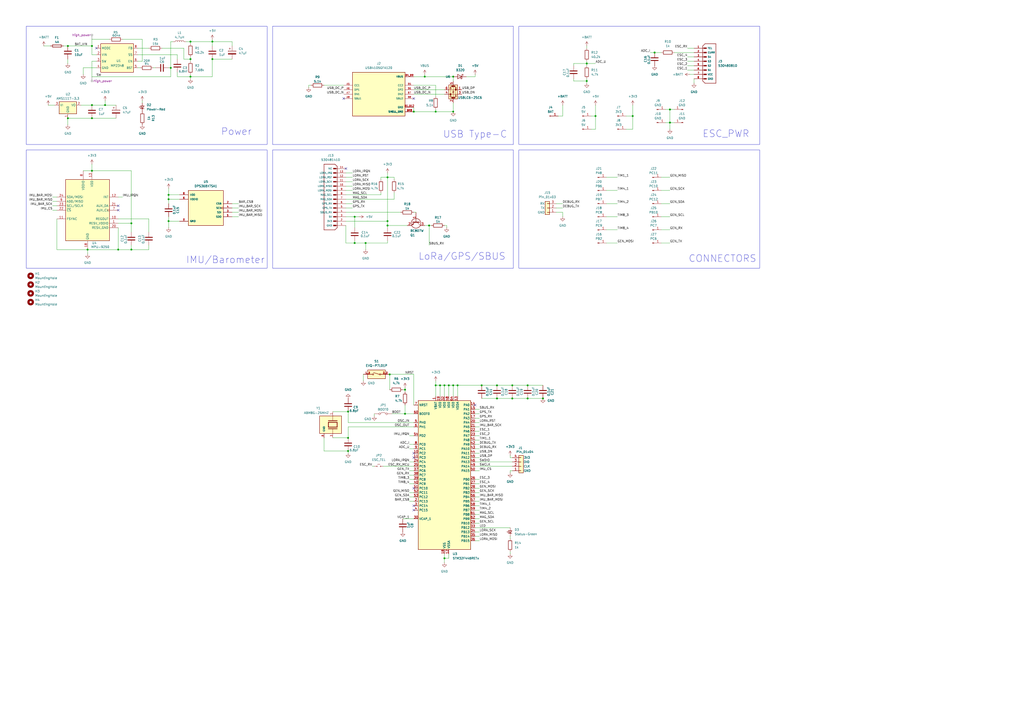
<source format=kicad_sch>
(kicad_sch (version 20231120) (generator "eeschema") (generator_version "8.0")
  (paper "A2")
  (title_block (title "Drone FC") (date "2024-09-01") (company "Lego"))
  (junction (at 306.07 223.52))
  (junction (at 123.19 24.13))
  (junction (at 76.2 144.78))
  (junction (at 246.38 44.45))
  (junction (at 201.93 238.76))
  (junction (at 50.8 144.78))
  (junction (at 257.81 223.52))
  (junction (at 60.96 60.96))
  (junction (at 97.79 115.57))
  (junction (at 388.62 71.12))
  (junction (at 97.79 113.03))
  (junction (at 39.37 26.67))
  (junction (at 306.07 231.14))
  (junction (at 212.09 140.97))
  (junction (at 288.29 223.52))
  (junction (at 340.36 36.83))
  (junction (at 123.19 34.29))
  (junction (at 224.79 128.27))
  (junction (at 240.03 64.77))
  (junction (at 39.37 68.58))
  (junction (at 234.95 226.06))
  (junction (at 226.06 217.17))
  (junction (at 110.49 44.45))
  (junction (at 379.73 30.48))
  (junction (at 279.4 223.52))
  (junction (at 265.43 223.52))
  (junction (at 345.44 67.31))
  (junction (at 205.74 125.73))
  (junction (at 248.92 130.81))
  (junction (at 252.73 64.77))
  (junction (at 224.79 130.81))
  (junction (at 110.49 34.29))
  (junction (at 99.06 39.37))
  (junction (at 53.34 99.06))
  (junction (at 367.03 67.31))
  (junction (at 388.62 63.5))
  (junction (at 110.49 24.13))
  (junction (at 262.89 223.52))
  (junction (at 76.2 129.54))
  (junction (at 97.79 128.27))
  (junction (at 53.34 26.67))
  (junction (at 53.34 68.58))
  (junction (at 262.89 44.45))
  (junction (at 201.93 261.62))
  (junction (at 68.58 144.78))
  (junction (at 260.35 223.52))
  (junction (at 252.73 223.52))
  (junction (at 288.29 231.14))
  (junction (at 297.18 223.52))
  (junction (at 257.81 323.85))
  (junction (at 224.79 102.87))
  (junction (at 340.36 46.99))
  (junction (at 314.96 231.14))
  (junction (at 234.95 240.03))
  (junction (at 53.34 60.96))
  (junction (at 255.27 223.52))
  (junction (at 262.89 64.77))
  (junction (at 205.74 140.97))
  (junction (at 297.18 231.14))
  (junction (at 201.93 254))
  (no_connect (at 55.88 27.94))
  (no_connect (at 240.03 265.43))
  (no_connect (at 240.03 283.21))
  (no_connect (at 68.58 119.38))
  (no_connect (at 240.03 262.89))
  (no_connect (at 200.66 97.79))
  (no_connect (at 68.58 121.92))
  (no_connect (at 240.03 293.37))
  (no_connect (at 240.03 295.91))
  (no_connect (at 240.03 57.15))
  (no_connect (at 275.59 234.95))
  (no_connect (at 199.39 57.15))
  (wire (pts (xy 367.03 74.93) (xy 367.03 67.31)))
  (wire (pts (xy 97.79 113.03) (xy 104.14 113.03)))
  (wire (pts (xy 102.87 44.45) (xy 110.49 44.45)))
  (wire (pts (xy 227.33 240.03) (xy 234.95 240.03)))
  (wire (pts (xy 234.95 226.06) (xy 234.95 227.33)))
  (wire (pts (xy 275.59 270.51) (xy 297.18 270.51)))
  (wire (pts (xy 275.59 242.57) (xy 278.13 242.57)))
  (wire (pts (xy 39.37 26.67) (xy 53.34 26.67)))
  (wire (pts (xy 257.81 321.31) (xy 257.81 323.85)))
  (wire (pts (xy 27.94 60.96) (xy 31.75 60.96)))
  (wire (pts (xy 80.01 31.75) (xy 102.87 31.75)))
  (wire (pts (xy 306.07 231.14) (xy 314.96 231.14)))
  (wire (pts (xy 275.59 257.81) (xy 278.13 257.81)))
  (wire (pts (xy 200.66 118.11) (xy 204.47 118.11)))
  (wire (pts (xy 226.06 217.17) (xy 240.03 217.17)))
  (wire (pts (xy 377.19 30.48) (xy 379.73 30.48)))
  (wire (pts (xy 224.79 130.81) (xy 236.22 130.81)))
  (wire (pts (xy 86.36 142.24) (xy 86.36 144.78)))
  (wire (pts (xy 252.73 223.52) (xy 255.27 223.52)))
  (wire (pts (xy 224.79 100.33) (xy 224.79 102.87)))
  (wire (pts (xy 240.03 62.23) (xy 240.03 64.77)))
  (wire (pts (xy 383.54 102.87) (xy 388.62 102.87)))
  (wire (pts (xy 275.59 280.67) (xy 278.13 280.67)))
  (wire (pts (xy 39.37 34.29) (xy 39.37 36.83)))
  (wire (pts (xy 201.93 247.65) (xy 201.93 254)))
  (wire (pts (xy 106.68 34.29) (xy 110.49 34.29)))
  (wire (pts (xy 110.49 45.72) (xy 110.49 44.45)))
  (wire (pts (xy 255.27 223.52) (xy 255.27 229.87)))
  (wire (pts (xy 200.66 120.65) (xy 204.47 120.65)))
  (wire (pts (xy 322.58 120.65) (xy 326.39 120.65)))
  (wire (pts (xy 234.95 240.03) (xy 240.03 240.03)))
  (wire (pts (xy 30.48 116.84) (xy 33.02 116.84)))
  (wire (pts (xy 252.73 55.88) (xy 252.73 49.53)))
  (wire (pts (xy 295.91 265.43) (xy 295.91 264.16)))
  (wire (pts (xy 340.36 36.83) (xy 340.36 38.1)))
  (wire (pts (xy 68.58 132.08) (xy 68.58 144.78)))
  (wire (pts (xy 237.49 273.05) (xy 240.03 273.05)))
  (wire (pts (xy 388.62 63.5) (xy 388.62 71.12)))
  (wire (pts (xy 187.96 261.62) (xy 201.93 261.62)))
  (wire (pts (xy 248.92 142.24) (xy 248.92 130.81)))
  (wire (pts (xy 53.34 35.56) (xy 55.88 35.56)))
  (wire (pts (xy 48.26 39.37) (xy 48.26 43.18)))
  (wire (pts (xy 386.08 63.5) (xy 388.62 63.5)))
  (wire (pts (xy 340.36 46.99) (xy 340.36 45.72)))
  (wire (pts (xy 250.19 130.81) (xy 248.92 130.81)))
  (wire (pts (xy 391.16 30.48) (xy 402.59 30.48)))
  (wire (pts (xy 351.79 133.35) (xy 358.14 133.35)))
  (wire (pts (xy 228.6 104.14) (xy 228.6 102.87)))
  (wire (pts (xy 233.68 226.06) (xy 234.95 226.06)))
  (wire (pts (xy 220.98 102.87) (xy 224.79 102.87)))
  (wire (pts (xy 53.34 22.86) (xy 53.34 26.67)))
  (wire (pts (xy 306.07 223.52) (xy 314.96 223.52)))
  (wire (pts (xy 332.74 46.99) (xy 340.36 46.99)))
  (wire (pts (xy 342.9 74.93) (xy 345.44 74.93)))
  (wire (pts (xy 81.28 39.37) (xy 80.01 39.37)))
  (wire (pts (xy 76.2 99.06) (xy 76.2 129.54)))
  (wire (pts (xy 257.81 323.85) (xy 257.81 326.39)))
  (wire (pts (xy 275.59 293.37) (xy 278.13 293.37)))
  (wire (pts (xy 53.34 26.67) (xy 53.34 31.75)))
  (wire (pts (xy 205.74 140.97) (xy 212.09 140.97)))
  (wire (pts (xy 351.79 110.49) (xy 358.14 110.49)))
  (wire (pts (xy 326.39 67.31) (xy 323.85 67.31)))
  (wire (pts (xy 82.55 35.56) (xy 80.01 35.56)))
  (wire (pts (xy 260.35 321.31) (xy 260.35 323.85)))
  (wire (pts (xy 193.04 238.76) (xy 201.93 238.76)))
  (wire (pts (xy 222.25 270.51) (xy 240.03 270.51)))
  (wire (pts (xy 99.06 24.13) (xy 99.06 39.37)))
  (wire (pts (xy 246.38 130.81) (xy 248.92 130.81)))
  (wire (pts (xy 265.43 223.52) (xy 279.4 223.52)))
  (wire (pts (xy 295.91 311.15) (xy 295.91 312.42)))
  (wire (pts (xy 275.59 237.49) (xy 278.13 237.49)))
  (wire (pts (xy 68.58 144.78) (xy 50.8 144.78)))
  (wire (pts (xy 240.03 64.77) (xy 252.73 64.77)))
  (wire (pts (xy 53.34 44.45) (xy 53.34 35.56)))
  (wire (pts (xy 60.96 60.96) (xy 67.31 60.96)))
  (wire (pts (xy 123.19 44.45) (xy 110.49 44.45)))
  (wire (pts (xy 53.34 95.25) (xy 53.34 99.06)))
  (wire (pts (xy 110.49 44.45) (xy 110.49 43.18)))
  (wire (pts (xy 224.79 132.08) (xy 224.79 130.81)))
  (wire (pts (xy 322.58 118.11) (xy 326.39 118.11)))
  (wire (pts (xy 205.74 125.73) (xy 208.28 125.73)))
  (wire (pts (xy 86.36 134.62) (xy 86.36 127)))
  (wire (pts (xy 252.73 49.53) (xy 240.03 49.53)))
  (wire (pts (xy 200.66 105.41) (xy 204.47 105.41)))
  (wire (pts (xy 97.79 118.11) (xy 97.79 115.57)))
  (wire (pts (xy 82.55 58.42) (xy 82.55 59.69)))
  (wire (pts (xy 110.49 24.13) (xy 110.49 25.4)))
  (wire (pts (xy 76.2 129.54) (xy 76.2 134.62)))
  (wire (pts (xy 201.93 247.65) (xy 240.03 247.65)))
  (wire (pts (xy 275.59 250.19) (xy 278.13 250.19)))
  (wire (pts (xy 86.36 127) (xy 68.58 127)))
  (wire (pts (xy 187.96 49.53) (xy 199.39 49.53)))
  (wire (pts (xy 138.43 118.11) (xy 134.62 118.11)))
  (wire (pts (xy 275.59 283.21) (xy 278.13 283.21)))
  (wire (pts (xy 53.34 60.96) (xy 60.96 60.96)))
  (wire (pts (xy 97.79 113.03) (xy 97.79 115.57)))
  (wire (pts (xy 246.38 44.45) (xy 262.89 44.45)))
  (wire (pts (xy 279.4 223.52) (xy 288.29 223.52)))
  (wire (pts (xy 295.91 320.04) (xy 295.91 321.31)))
  (wire (pts (xy 260.35 323.85) (xy 257.81 323.85)))
  (wire (pts (xy 383.54 125.73) (xy 388.62 125.73)))
  (wire (pts (xy 383.54 110.49) (xy 388.62 110.49)))
  (wire (pts (xy 210.82 217.17) (xy 210.82 220.98)))
  (wire (pts (xy 275.59 267.97) (xy 297.18 267.97)))
  (wire (pts (xy 257.81 223.52) (xy 257.81 229.87)))
  (wire (pts (xy 86.36 144.78) (xy 76.2 144.78)))
  (wire (pts (xy 55.88 39.37) (xy 48.26 39.37)))
  (wire (pts (xy 224.79 102.87) (xy 224.79 128.27)))
  (wire (pts (xy 340.36 35.56) (xy 340.36 36.83)))
  (wire (pts (xy 367.03 67.31) (xy 363.22 67.31)))
  (wire (pts (xy 237.49 288.29) (xy 240.03 288.29)))
  (wire (pts (xy 260.35 223.52) (xy 260.35 229.87)))
  (wire (pts (xy 351.79 118.11) (xy 358.14 118.11)))
  (wire (pts (xy 33.02 127) (xy 33.02 144.78)))
  (wire (pts (xy 332.74 46.99) (xy 332.74 45.72)))
  (wire (pts (xy 224.79 140.97) (xy 212.09 140.97)))
  (wire (pts (xy 200.66 100.33) (xy 204.47 100.33)))
  (wire (pts (xy 123.19 34.29) (xy 123.19 44.45)))
  (wire (pts (xy 228.6 115.57) (xy 228.6 111.76)))
  (wire (pts (xy 237.49 252.73) (xy 240.03 252.73)))
  (wire (pts (xy 252.73 223.52) (xy 252.73 229.87)))
  (wire (pts (xy 212.09 140.97) (xy 212.09 144.78)))
  (wire (pts (xy 30.48 121.92) (xy 33.02 121.92)))
  (wire (pts (xy 275.59 278.13) (xy 278.13 278.13)))
  (wire (pts (xy 402.59 45.72) (xy 402.59 48.26)))
  (wire (pts (xy 46.99 60.96) (xy 53.34 60.96)))
  (wire (pts (xy 237.49 280.67) (xy 240.03 280.67)))
  (wire (pts (xy 53.34 68.58) (xy 67.31 68.58)))
  (wire (pts (xy 275.59 260.35) (xy 278.13 260.35)))
  (wire (pts (xy 275.59 285.75) (xy 278.13 285.75)))
  (wire (pts (xy 363.22 74.93) (xy 367.03 74.93)))
  (wire (pts (xy 240.03 123.19) (xy 241.3 123.19)))
  (wire (pts (xy 275.59 44.45) (xy 275.59 43.18)))
  (wire (pts (xy 220.98 113.03) (xy 200.66 113.03)))
  (wire (pts (xy 102.87 34.29) (xy 102.87 31.75)))
  (wire (pts (xy 179.07 50.8) (xy 179.07 49.53)))
  (wire (pts (xy 288.29 223.52) (xy 297.18 223.52)))
  (wire (pts (xy 217.17 241.3) (xy 217.17 240.03)))
  (wire (pts (xy 295.91 273.05) (xy 297.18 273.05)))
  (wire (pts (xy 340.36 26.67) (xy 340.36 27.94)))
  (wire (pts (xy 252.73 64.77) (xy 262.89 64.77)))
  (wire (pts (xy 220.98 104.14) (xy 220.98 102.87)))
  (wire (pts (xy 340.36 46.99) (xy 340.36 48.26)))
  (wire (pts (xy 260.35 223.52) (xy 262.89 223.52)))
  (wire (pts (xy 60.96 58.42) (xy 60.96 60.96)))
  (wire (pts (xy 340.36 36.83) (xy 345.44 36.83)))
  (wire (pts (xy 383.54 118.11) (xy 388.62 118.11)))
  (wire (pts (xy 262.89 59.69) (xy 262.89 64.77)))
  (wire (pts (xy 48.26 99.06) (xy 53.34 99.06)))
  (wire (pts (xy 240.03 54.61) (xy 257.81 54.61)))
  (wire (pts (xy 255.27 223.52) (xy 257.81 223.52)))
  (wire (pts (xy 237.49 260.35) (xy 240.03 260.35)))
  (wire (pts (xy 240.03 52.07) (xy 257.81 52.07)))
  (wire (pts (xy 82.55 22.86) (xy 82.55 35.56)))
  (wire (pts (xy 275.59 288.29) (xy 278.13 288.29)))
  (wire (pts (xy 200.66 140.97) (xy 205.74 140.97)))
  (wire (pts (xy 275.59 298.45) (xy 278.13 298.45)))
  (wire (pts (xy 326.39 60.96) (xy 326.39 67.31)))
  (wire (pts (xy 237.49 275.59) (xy 240.03 275.59)))
  (wire (pts (xy 259.08 132.08) (xy 259.08 130.81)))
  (wire (pts (xy 39.37 68.58) (xy 53.34 68.58)))
  (wire (pts (xy 36.83 26.67) (xy 39.37 26.67)))
  (wire (pts (xy 205.74 125.73) (xy 205.74 132.08)))
  (wire (pts (xy 200.66 130.81) (xy 200.66 140.97)))
  (wire (pts (xy 275.59 313.69) (xy 278.13 313.69)))
  (wire (pts (xy 201.93 238.76) (xy 201.93 245.11)))
  (wire (pts (xy 295.91 273.05) (xy 295.91 274.32)))
  (wire (pts (xy 200.66 110.49) (xy 204.47 110.49)))
  (wire (pts (xy 104.14 115.57) (xy 97.79 115.57)))
  (wire (pts (xy 134.62 24.13) (xy 134.62 26.67)))
  (wire (pts (xy 259.08 130.81) (xy 257.81 130.81)))
  (wire (pts (xy 275.59 255.27) (xy 278.13 255.27)))
  (wire (pts (xy 275.59 300.99) (xy 278.13 300.99)))
  (wire (pts (xy 332.74 36.83) (xy 332.74 38.1)))
  (wire (pts (xy 388.62 63.5) (xy 391.16 63.5)))
  (wire (pts (xy 398.78 33.02) (xy 402.59 33.02)))
  (wire (pts (xy 99.06 39.37) (xy 99.06 44.45)))
  (wire (pts (xy 68.58 114.3) (xy 71.12 114.3)))
  (wire (pts (xy 200.66 128.27) (xy 224.79 128.27)))
  (wire (pts (xy 110.49 34.29) (xy 110.49 35.56)))
  (wire (pts (xy 400.05 43.18) (xy 402.59 43.18)))
  (wire (pts (xy 97.79 128.27) (xy 104.14 128.27)))
  (wire (pts (xy 388.62 71.12) (xy 388.62 74.93)))
  (wire (pts (xy 63.5 22.86) (xy 53.34 22.86)))
  (wire (pts (xy 123.19 34.29) (xy 134.62 34.29)))
  (wire (pts (xy 226.06 217.17) (xy 226.06 226.06)))
  (wire (pts (xy 262.89 223.52) (xy 265.43 223.52)))
  (wire (pts (xy 215.9 270.51) (xy 217.17 270.51)))
  (wire (pts (xy 240.03 234.95) (xy 240.03 217.17)))
  (wire (pts (xy 351.79 140.97) (xy 358.14 140.97)))
  (wire (pts (xy 398.78 40.64) (xy 402.59 40.64)))
  (wire (pts (xy 275.59 245.11) (xy 278.13 245.11)))
  (wire (pts (xy 237.49 257.81) (xy 240.03 257.81)))
  (wire (pts (xy 71.12 22.86) (xy 82.55 22.86)))
  (wire (pts (xy 388.62 71.12) (xy 386.08 71.12)))
  (wire (pts (xy 237.49 278.13) (xy 240.03 278.13)))
  (wire (pts (xy 326.39 123.19) (xy 322.58 123.19)))
  (wire (pts (xy 257.81 223.52) (xy 260.35 223.52)))
  (wire (pts (xy 297.18 231.14) (xy 306.07 231.14)))
  (wire (pts (xy 201.93 261.62) (xy 201.93 262.89)))
  (wire (pts (xy 398.78 27.94) (xy 402.59 27.94)))
  (wire (pts (xy 53.34 44.45) (xy 99.06 44.45)))
  (wire (pts (xy 123.19 24.13) (xy 134.62 24.13)))
  (wire (pts (xy 233.68 300.99) (xy 240.03 300.99)))
  (wire (pts (xy 275.59 311.15) (xy 278.13 311.15)))
  (wire (pts (xy 237.49 285.75) (xy 240.03 285.75)))
  (wire (pts (xy 345.44 60.96) (xy 345.44 67.31)))
  (wire (pts (xy 265.43 223.52) (xy 265.43 229.87)))
  (wire (pts (xy 97.79 125.73) (xy 97.79 128.27)))
  (wire (pts (xy 193.04 254) (xy 201.93 254)))
  (wire (pts (xy 50.8 144.78) (xy 50.8 147.32)))
  (wire (pts (xy 275.59 295.91) (xy 278.13 295.91)))
  (wire (pts (xy 275.59 303.53) (xy 278.13 303.53)))
  (wire (pts (xy 383.54 140.97) (xy 388.62 140.97)))
  (wire (pts (xy 138.43 125.73) (xy 134.62 125.73)))
  (wire (pts (xy 97.79 109.22) (xy 97.79 113.03)))
  (wire (pts (xy 97.79 128.27) (xy 97.79 132.08)))
  (wire (pts (xy 200.66 115.57) (xy 228.6 115.57)))
  (wire (pts (xy 224.79 130.81) (xy 224.79 128.27)))
  (wire (pts (xy 33.02 144.78) (xy 50.8 144.78)))
  (wire (pts (xy 53.34 31.75) (xy 55.88 31.75)))
  (wire (pts (xy 76.2 99.06) (xy 53.34 99.06)))
  (wire (pts (xy 383.54 133.35) (xy 388.62 133.35)))
  (wire (pts (xy 278.13 265.43) (xy 275.59 265.43)))
  (wire (pts (xy 345.44 67.31) (xy 342.9 67.31)))
  (wire (pts (xy 237.49 290.83) (xy 240.03 290.83)))
  (wire (pts (xy 138.43 123.19) (xy 134.62 123.19)))
  (wire (pts (xy 275.59 240.03) (xy 278.13 240.03)))
  (wire (pts (xy 93.98 27.94) (xy 106.68 27.94)))
  (wire (pts (xy 106.68 27.94) (xy 106.68 34.29)))
  (wire (pts (xy 110.49 33.02) (xy 110.49 34.29)))
  (wire (pts (xy 76.2 144.78) (xy 68.58 144.78)))
  (wire (pts (xy 388.62 71.12) (xy 391.16 71.12)))
  (wire (pts (xy 252.73 63.5) (xy 252.73 64.77)))
  (wire (pts (xy 379.73 30.48) (xy 383.54 30.48)))
  (wire (pts (xy 86.36 27.94) (xy 80.01 27.94)))
  (wire (pts (xy 295.91 306.07) (xy 275.59 306.07)))
  (wire (pts (xy 278.13 262.89) (xy 275.59 262.89)))
  (wire (pts (xy 297.18 223.52) (xy 306.07 223.52)))
  (wire (pts (xy 200.66 125.73) (xy 205.74 125.73)))
  (wire (pts (xy 187.96 254) (xy 187.96 261.62)))
  (wire (pts (xy 107.95 24.13) (xy 110.49 24.13)))
  (wire (pts (xy 200.66 107.95) (xy 204.47 107.95)))
  (wire (pts (xy 102.87 41.91) (xy 102.87 44.45)))
  (wire (pts (xy 237.49 267.97) (xy 240.03 267.97)))
  (wire (pts (xy 275.59 308.61) (xy 278.13 308.61)))
  (wire (pts (xy 275.59 273.05) (xy 278.13 273.05)))
  (wire (pts (xy 345.44 74.93) (xy 345.44 67.31)))
  (wire (pts (xy 205.74 139.7) (xy 205.74 140.97)))
  (wire (pts (xy 270.51 44.45) (xy 275.59 44.45)))
  (wire (pts (xy 228.6 102.87) (xy 224.79 102.87)))
  (wire (pts (xy 332.74 36.83) (xy 340.36 36.83)))
  (wire (pts (xy 123.19 22.86) (xy 123.19 24.13)))
  (wire (pts (xy 179.07 49.53) (xy 180.34 49.53)))
  (wire (pts (xy 30.48 114.3) (xy 33.02 114.3)))
  (wire (pts (xy 39.37 68.58) (xy 39.37 72.39)))
  (wire (pts (xy 279.4 231.14) (xy 288.29 231.14)))
  (wire (pts (xy 99.06 24.13) (xy 100.33 24.13)))
  (wire (pts (xy 275.59 252.73) (xy 278.13 252.73)))
  (wire (pts (xy 224.79 139.7) (xy 224.79 140.97)))
  (wire (pts (xy 351.79 102.87) (xy 358.14 102.87)))
  (wire (pts (xy 76.2 142.24) (xy 76.2 144.78)))
  (wire (pts (xy 288.29 231.14) (xy 297.18 231.14)))
  (wire (pts (xy 295.91 265.43) (xy 297.18 265.43)))
  (wire (pts (xy 275.59 290.83) (xy 278.13 290.83)))
  (wire (pts (xy 262.89 44.45) (xy 262.89 46.99)))
  (wire (pts (xy 110.49 24.13) (xy 123.19 24.13)))
  (wire (pts (xy 262.89 223.52) (xy 262.89 229.87)))
  (wire (pts (xy 88.9 39.37) (xy 90.17 39.37)))
  (wire (pts (xy 275.59 247.65) (xy 278.13 247.65)))
  (wire (pts (xy 200.66 123.19) (xy 232.41 123.19)))
  (wire (pts (xy 138.43 120.65) (xy 134.62 120.65)))
  (wire (pts (xy 246.38 43.18) (xy 246.38 44.45)))
  (wire (pts (xy 200.66 102.87) (xy 204.47 102.87)))
  (wire (pts (xy 25.4 26.67) (xy 29.21 26.67)))
  (wire (pts (xy 220.98 111.76) (xy 220.98 113.03)))
  (wire (pts (xy 68.58 129.54) (xy 76.2 129.54)))
  (wire (pts (xy 326.39 125.73) (xy 326.39 123.19)))
  (wire (pts (xy 240.03 44.45) (xy 246.38 44.45)))
  (wire (pts (xy 367.03 60.96) (xy 367.03 67.31)))
  (wire (pts (xy 398.78 38.1) (xy 402.59 38.1)))
  (wire (pts (xy 123.19 24.13) (xy 123.19 26.67)))
  (wire (pts (xy 351.79 125.73) (xy 358.14 125.73)))
  (wire (pts (xy 97.79 39.37) (xy 99.06 39.37)))
  (wire (pts (xy 201.93 245.11) (xy 240.03 245.11)))
  (wire (pts (xy 234.95 240.03) (xy 234.95 234.95)))
  (wire (pts (xy 234.95 224.79) (xy 234.95 226.06)))
  (wire (pts (xy 30.48 119.38) (xy 33.02 119.38)))
  (wire (pts (xy 398.78 35.56) (xy 402.59 35.56)))
  (wire (pts (xy 252.73 220.98) (xy 252.73 223.52)))
  (rectangle (start 300.99 86.995) (end 440.69 155.575))
  (rectangle (start 158.115 86.995) (end 297.815 155.575))
  (rectangle (start 15.24 86.995) (end 154.94 155.575))
  (rectangle (start 15.24 15.24) (end 154.94 83.82))
  (rectangle (start 158.115 15.24) (end 297.815 83.82))
  (rectangle (start 300.99 15.24) (end 440.69 83.82))
  (text "IMU/Barometer\n" (at 130.81 150.876 0) (effects (font (size 4 4))))
  (text "USB Type-C" (at 275.59 77.978 0) (effects (font (size 4 4))))
  (text "Power" (at 137.16 76.454 0) (effects (font (size 4 4))))
  (text "ESC_PWR" (at 421.132 77.724 0) (effects (font (size 4 4))))
  (text "LoRa/GPS/SBUS" (at 267.97 148.844 0) (effects (font (size 4 4))))
  (text "CONNECTORS" (at 419.1 150.114 0) (effects (font (size 4 4))))
  (label "IMU_CS" (at 30.48 121.92 180))
  (label "TIM4_1" (at 358.14 110.49 0))
  (label "ESC_3" (at 278.13 278.13 0))
  (label "LORA_SCK" (at 204.47 105.41 0))
  (label "ADC_U" (at 237.49 260.35 180))
  (label "ESC_1" (at 278.13 250.19 0))
  (label "LORA_RST" (at 278.13 245.11 0))
  (label "ADC_I" (at 237.49 257.81 180))
  (label "SW" (at 55.88 44.45 0))
  (label "BAT_VIN" (at 50.8 26.67 180))
  (label "LORA_RST" (at 204.47 102.87 0))
  (label "LED" (at 278.13 306.07 0))
  (label "IMU_BAR_MOSI" (at 138.43 123.19 0))
  (label "ESC_4" (at 278.13 280.67 0))
  (label "ESC_2" (at 398.78 38.1 180))
  (label "LORA_IRQN" (at 204.47 100.33 0))
  (label "GPS_RX" (at 204.47 118.11 0))
  (label "GEN_SDA" (at 388.62 118.11 0))
  (label "OSC_OUT" (at 237.49 247.65 180))
  (label "IMU_IRQN" (at 237.49 252.73 180))
  (label "IMU_BAR_MISO" (at 138.43 125.73 0))
  (label "MAG_SCL" (at 278.13 298.45 0))
  (label "LORA_SCK" (at 278.13 308.61 0))
  (label "IMU_CS" (at 278.13 273.05 0))
  (label "GPS_TX" (at 204.47 120.65 0))
  (label "USB_DC_P" (at 240.03 52.07 0))
  (label "MAG_SCL" (at 204.47 113.03 0))
  (label "ESC_RX_MCU" (at 237.49 270.51 180))
  (label "MAG_SDA" (at 278.13 300.99 0))
  (label "TIM8_3" (at 358.14 125.73 0))
  (label "GPS_TX" (at 278.13 240.03 0))
  (label "ESC_1" (at 398.78 40.64 180))
  (label "USB_DC_N" (at 240.03 54.61 0))
  (label "LORA_MOSI" (at 204.47 110.49 0))
  (label "USB_DN" (at 278.13 262.89 0))
  (label "GPS_RX" (at 278.13 242.57 0))
  (label "DEBUG_TX" (at 278.13 257.81 0))
  (label "GEN_MOSI" (at 358.14 140.97 0))
  (label "GEN_RX" (at 237.49 275.59 180))
  (label "LORA_MISO" (at 204.47 107.95 0))
  (label "IMU_BAR_MISO" (at 278.13 288.29 0))
  (label "ADC_U" (at 345.44 36.83 0))
  (label "IMU_BAR_MOSI" (at 30.48 114.3 180))
  (label "GEN_SCK" (at 278.13 285.75 0))
  (label "IMU_BAR_SCK" (at 138.43 120.65 0))
  (label "GEN_SCL" (at 278.13 303.53 0))
  (label "USB_DP" (at 267.97 52.07 0))
  (label "ESC_RX" (at 215.9 270.51 180))
  (label "VCAP_1" (at 237.49 300.99 180))
  (label "IMU_BAR_MISO" (at 30.48 116.84 180))
  (label "GEN_SDA" (at 237.49 288.29 180))
  (label "OSC_IN" (at 237.49 245.11 180))
  (label "BAR_CSB" (at 237.49 290.83 180))
  (label "IMU_BAR_MOSI" (at 278.13 290.83 0))
  (label "TIM8_4" (at 358.14 133.35 0))
  (label "BAR_CSB" (at 138.43 118.11 0))
  (label "DEBUG_RX" (at 278.13 260.35 0))
  (label "LORA_MISO" (at 278.13 311.15 0))
  (label "GEN_SCL" (at 388.62 125.73 0))
  (label "IMU_BAR_SCK" (at 278.13 247.65 0))
  (label "ESC_4" (at 398.78 33.02 180))
  (label "NRST" (at 240.03 217.17 180))
  (label "IMU_IRQN" (at 71.12 114.3 0))
  (label "TIM1_1" (at 358.14 102.87 0))
  (label "USB_DP" (at 278.13 265.43 0))
  (label "GEN_TX" (at 237.49 273.05 180))
  (label "SBUS_RX" (at 248.92 142.24 0))
  (label "BOOT" (at 227.33 240.03 0))
  (label "SBUS_RX" (at 278.13 237.49 0))
  (label "MAG_SDA" (at 204.47 115.57 0))
  (label "TIM4_1" (at 278.13 293.37 0))
  (label "ESC_RX" (at 398.78 27.94 180))
  (label "ESC_2" (at 278.13 252.73 0))
  (label "TIM1_1" (at 278.13 255.27 0))
  (label "GEN_MISO" (at 237.49 285.75 180))
  (label "TIM4_2" (at 358.14 118.11 0))
  (label "SWCLK" (at 278.13 270.51 0))
  (label "TIM8_4" (at 237.49 280.67 180))
  (label "GEN_MOSI" (at 278.13 283.21 0))
  (label "IMU_BAR_SCK" (at 30.48 119.38 180))
  (label "TIM4_2" (at 278.13 295.91 0))
  (label "USB_DC_N" (at 199.39 54.61 180))
  (label "GEN_MISO" (at 388.62 102.87 0))
  (label "SWDIO" (at 278.13 267.97 0))
  (label "USB_DN" (at 267.97 54.61 0))
  (label "ADC_I" (at 377.19 30.48 180))
  (label "GEN_RX" (at 388.62 133.35 0))
  (label "DEBUG_TX" (at 326.39 120.65 0))
  (label "LORA_IRQN" (at 237.49 267.97 180))
  (label "GEN_SCK" (at 388.62 110.49 0))
  (label "GEN_TX" (at 388.62 140.97 0))
  (label "LORA_MOSI" (at 278.13 313.69 0))
  (label "USB_DC_P" (at 199.39 52.07 180))
  (label "ESC_3" (at 398.78 35.56 180))
  (label "DEBUG_RX" (at 326.39 118.11 0))
  (label "TIM8_3" (at 237.49 278.13 180))
  (netclass_flag "" (length 2.54) (shape round) (at 53.34 22.86 0) (property "Netclass" "High_power" (at 52.6415 20.32 0) (effects (font (italic yes)) (justify right))))
  (netclass_flag "" (length 2.54) (shape round) (at 53.34 44.45 180) (property "Netclass" "High_power" (at 54.0385 46.99 0) (effects (font (italic yes)) (justify left))))
  (symbol (lib_id "power:+5V") (at 275.59 43.18 0) (unit 1)
    (property "Reference" "#PWR027" (effects (hide yes)))
    (property "Value" "+5V" (at 275.59 38.1 0))
    (property "Description" "Power symbol creates a global label with name \"+5V\"" (effects (hide yes)))
  )
  (symbol (lib_id "Jumper:Jumper_2_Small_Open") (at 219.71 270.51 0) (unit 1) (exclude_from_sim yes)
    (property "Reference" "JP2" (at 219.71 264.16 0))
    (property "Value" "ESC_TEL" (at 219.71 266.7 0))
    (property "Footprint" "Jumper:SolderJumper-2_P1.3mm_Open_RoundedPad1.0x1.5mm" (effects (hide yes)))
    (property "Description" "Jumper, 2-pole, small symbol, open" (effects (hide yes)))
  )
  (symbol (lib_id "Connector:Conn_01x01_Pin") (at 346.71 110.49 0) (unit 1)
    (property "Reference" "J20" (at 347.345 105.41 0))
    (property "Value" "PB6" (at 347.345 107.95 0))
    (property "Footprint" "footprints:1.27mm_pin" (effects (hide yes)))
    (property "Description" "Generic connector, single row, 01x01, script generated" (effects (hide yes)))
  )
  (symbol (lib_id "Sensor_Motion:MPU-9250") (at 50.8 121.92 0) (unit 1)
    (property "Reference" "U4" (at 53.34 140.97 0) (effects (justify left)))
    (property "Value" "MPU-9250" (at 52.832 143.256 0) (effects (justify left)))
    (property "Footprint" "Sensor_Motion:InvenSense_QFN-24_3x3mm_P0.4mm" (effects (hide yes)))
    (property "Datasheet" "https://invensense.tdk.com/wp-content/uploads/2015/02/PS-MPU-9250A-01-v1.1.pdf" (effects (hide yes)))
    (property "Description" "InvenSense 9-Axis Motion Sensor, Accelerometer, Gyroscope, Compass, I2C/SPI" (effects (hide yes)))
  )
  (symbol (lib_id "Connector:Conn_01x01_Pin") (at 358.14 67.31 0) (unit 1)
    (property "Reference" "J7" (at 358.775 62.23 0))
    (property "Value" "3V3" (at 358.775 64.77 0))
    (property "Footprint" "footprints:1.27mm_pin" (effects (hide yes)))
    (property "Description" "Generic connector, single row, 01x01, script generated" (effects (hide yes)))
  )
  (symbol (lib_id "Connector:Conn_01x01_Pin") (at 346.71 125.73 0) (unit 1)
    (property "Reference" "J18" (at 347.345 120.65 0))
    (property "Value" "PC8" (at 347.345 123.19 0))
    (property "Footprint" "footprints:1.27mm_pin" (effects (hide yes)))
    (property "Description" "Generic connector, single row, 01x01, script generated" (effects (hide yes)))
  )
  (symbol (lib_id "Device:C") (at 332.74 41.91 0) (unit 1)
    (property "Reference" "C17" (at 327.406 41.91 90))
    (property "Value" "0.1uF" (at 329.438 42.164 90))
    (property "Footprint" "Capacitor_SMD:C_0603_1608Metric" (effects (hide yes)))
    (property "Description" "Unpolarized capacitor" (effects (hide yes)))
  )
  (symbol (lib_id "Connector:Conn_01x01_Pin") (at 378.46 140.97 0) (unit 1)
    (property "Reference" "J27" (at 379.095 135.89 0))
    (property "Value" "PC6" (at 379.095 138.43 0))
    (property "Footprint" "footprints:1.27mm_pin" (effects (hide yes)))
    (property "Description" "Generic connector, single row, 01x01, script generated" (effects (hide yes)))
  )
  (symbol (lib_id "Connector_Generic:Conn_01x04") (at 302.26 267.97 0) (unit 1)
    (property "Reference" "J1" (at 300.736 259.842 0) (effects (justify left)))
    (property "Value" "Pin_01x04" (at 299.466 262.128 0) (effects (justify left)))
    (property "Footprint" "Connector_PinHeader_1.27mm:PinHeader_1x04_P1.27mm_Vertical" (effects (hide yes)))
    (property "Description" "Generic connector, single row, 01x04, script generated (kicad-library-utils/schlib/autogen/connector/)" (effects (hide yes)))
  )
  (symbol (lib_id "Device:C") (at 379.73 34.29 0) (unit 1)
    (property "Reference" "C16" (at 374.396 34.29 90))
    (property "Value" "0.1uF" (at 376.428 34.544 90))
    (property "Footprint" "Capacitor_SMD:C_0603_1608Metric" (effects (hide yes)))
    (property "Description" "Unpolarized capacitor" (effects (hide yes)))
  )
  (symbol (lib_id "power:+3V3") (at 252.73 220.98 0) (unit 1)
    (property "Reference" "#PWR036" (effects (hide yes)))
    (property "Value" "+3V3" (at 252.73 215.9 0))
    (property "Description" "Power symbol creates a global label with name \"+3V3\"" (effects (hide yes)))
  )
  (symbol (lib_id "Device:C") (at 53.34 64.77 0) (unit 1)
    (property "Reference" "C7" (at 57.15 63.4999 0) (effects (justify left)))
    (property "Value" "1uF" (at 57.15 66.0399 0) (effects (justify left)))
    (property "Footprint" "Capacitor_SMD:C_0805_2012Metric" (effects (hide yes)))
    (property "Description" "Unpolarized capacitor" (effects (hide yes)))
  )
  (symbol (lib_id "Power_Protection:USBLC6-2SC6") (at 262.89 52.07 0) (mirror y) (unit 1)
    (property "Reference" "U6" (at 261.2389 44.45 0) (effects (justify left)))
    (property "Value" "USBLC6-2SC6" (at 279.654 56.642 0) (effects (justify left)))
    (property "Footprint" "Package_TO_SOT_SMD:SOT-23-6" (effects (hide yes)))
    (property "Datasheet" "https://www.st.com/resource/en/datasheet/usblc6-2.pdf" (effects (hide yes)))
    (property "Description" "Very low capacitance ESD protection diode, 2 data-line, SOT-23-6" (effects (hide yes)))
  )
  (symbol (lib_id "Device:C") (at 279.4 227.33 180) (unit 1)
    (property "Reference" "C11" (at 284.734 227.33 90))
    (property "Value" "0.1uF" (at 282.702 227.076 90))
    (property "Footprint" "Capacitor_SMD:C_0603_1608Metric" (effects (hide yes)))
    (property "Description" "Unpolarized capacitor" (effects (hide yes)))
  )
  (symbol (lib_id "custom:MP2348") (at 67.31 24.13 0) (unit 1)
    (property "Reference" "U1" (at 68.834 35.306 0))
    (property "Value" "MP2348" (at 68.072 38.1 0))
    (property "Footprint" "Package_TO_SOT_SMD:SOT-583-8" (effects (hide yes)))
    (property "Datasheet" "https://www.monolithicpower.com/en/documentview/productdocument/index/version/2/document_type/Datasheet/lang/en/sku/MP2348GTL/?srsltid=AfmBOopeSdJrNWDcoHVGmHVf5T_E8K1lx_JAve7PW2n65fwNXN7O9atF" (effects (hide yes)))
    (property "Description" "High-Efficiency, 4A, 24V, 650kHz, Synchronous Step-Down Converter" (effects (hide yes)))
  )
  (symbol (lib_id "power:GND") (at 179.07 50.8 0) (unit 1)
    (property "Reference" "#PWR013" (effects (hide yes)))
    (property "Value" "GND" (at 179.07 55.88 0))
    (property "Description" "Power symbol creates a global label with name \"GND\" , ground" (effects (hide yes)))
  )
  (symbol (lib_id "Connector:Conn_01x01_Pin") (at 358.14 74.93 0) (unit 1)
    (property "Reference" "J8" (at 358.775 69.85 0))
    (property "Value" "3V3" (at 358.775 72.39 0))
    (property "Footprint" "footprints:1.27mm_pin" (effects (hide yes)))
    (property "Description" "Generic connector, single row, 01x01, script generated" (effects (hide yes)))
  )
  (symbol (lib_id "Connector:Conn_01x01_Pin") (at 337.82 67.31 0) (unit 1)
    (property "Reference" "J5" (at 338.455 62.23 0))
    (property "Value" "5V" (at 338.455 64.77 0))
    (property "Footprint" "footprints:1.27mm_pin" (effects (hide yes)))
    (property "Description" "Generic connector, single row, 01x01, script generated" (effects (hide yes)))
  )
  (symbol (lib_id "power:GND") (at 201.93 231.14 180) (unit 1)
    (property "Reference" "#PWR08" (effects (hide yes)))
    (property "Value" "GND" (at 201.93 226.06 0))
    (property "Description" "Power symbol creates a global label with name \"GND\" , ground" (effects (hide yes)))
  )
  (symbol (lib_id "power:+BATT") (at 326.39 60.96 0) (unit 1)
    (property "Reference" "#PWR032" (effects (hide yes)))
    (property "Value" "+BATT" (at 326.39 55.88 0))
    (property "Description" "Power symbol creates a global label with name \"+BATT\"" (effects (hide yes)))
  )
  (symbol (lib_id "Regulator_Linear:AMS1117-3.3") (at 39.37 60.96 0) (unit 1)
    (property "Reference" "U2" (at 39.37 54.61 0))
    (property "Value" "AMS1117-3.3" (at 39.37 57.15 0))
    (property "Footprint" "Package_TO_SOT_SMD:SOT-223-3_TabPin2" (effects (hide yes)))
    (property "Datasheet" "http://www.advanced-monolithic.com/pdf/ds1117.pdf" (effects (hide yes)))
    (property "Description" "1A Low Dropout regulator, positive, 3.3V fixed output, SOT-223" (effects (hide yes)))
  )
  (symbol (lib_id "Device:R") (at 220.98 107.95 180) (unit 1)
    (property "Reference" "R16" (at 215.138 106.68 0) (effects (justify right)))
    (property "Value" "4.7k" (at 215.138 109.22 0) (effects (justify right)))
    (property "Footprint" "Resistor_SMD:R_0603_1608Metric" (effects (hide yes)))
    (property "Description" "Resistor" (effects (hide yes)))
  )
  (symbol (lib_id "Device:C") (at 93.98 39.37 90) (unit 1)
    (property "Reference" "C6" (at 93.98 35.814 90))
    (property "Value" "1uF" (at 94.234 33.782 90))
    (property "Footprint" "Capacitor_SMD:C_0805_2012Metric" (effects (hide yes)))
    (property "Description" "Unpolarized capacitor" (effects (hide yes)))
  )
  (symbol (lib_id "power:GND") (at 340.36 48.26 0) (unit 1)
    (property "Reference" "#PWR018" (effects (hide yes)))
    (property "Value" "GND" (at 340.36 53.34 0))
    (property "Description" "Power symbol creates a global label with name \"GND\" , ground" (effects (hide yes)))
  )
  (symbol (lib_id "Device:L") (at 104.14 24.13 90) (unit 1)
    (property "Reference" "L1" (at 104.14 19.05 90))
    (property "Value" "4.7uH" (at 104.14 21.59 90))
    (property "Footprint" "Inductor_SMD:L_Cenker_CKCS5040" (effects (hide yes)))
    (property "Description" "BWVS005050404R7M00" (effects (hide yes)))
  )
  (symbol (lib_id "power:+3V3") (at 97.79 109.22 0) (unit 1)
    (property "Reference" "#PWR041" (effects (hide yes)))
    (property "Value" "+3V3" (at 97.79 104.14 0))
    (property "Description" "Power symbol creates a global label with name \"+3V3\"" (effects (hide yes)))
  )
  (symbol (lib_id "Device:C") (at 288.29 227.33 180) (unit 1)
    (property "Reference" "C18" (at 293.624 227.33 90))
    (property "Value" "0.1uF" (at 291.592 227.076 90))
    (property "Footprint" "Capacitor_SMD:C_0603_1608Metric" (effects (hide yes)))
    (property "Description" "Unpolarized capacitor" (effects (hide yes)))
  )
  (symbol (lib_id "ABM8G-25.000MHZ-4Y-T3:ABM8G-25.000MHZ-4Y-T3") (at 193.04 246.38 270) (unit 1)
    (property "Reference" "Y1" (at 183.388 236.728 90) (effects (justify left)))
    (property "Value" "ABM8G-25MHZ" (at 176.276 239.522 90) (effects (justify left)))
    (property "Footprint" "footprints:XTAL_ABM8G-25.000MHZ-4Y-T3" (effects (hide yes)))
    (property "MF" "Abracon" (effects (hide yes)))
    (property "MAXIMUM_PACKAGE_HEIGHT" "1.0 mm" (effects (hide yes)))
    (property "Package" "SMD-4 Abracon" (effects (hide yes)))
    (property "Price" "None" (effects (hide yes)))
    (property "Check_prices" "https://www.snapeda.com/parts/ABM8G-25.000MHZ-4Y-T3/Abracon+LLC/view-part/?ref=eda" (effects (hide yes)))
    (property "STANDARD" "Manufacturer Recommendations" (effects (hide yes)))
    (property "PARTREV" "08.13.15" (effects (hide yes)))
    (property "SnapEDA_Link" "https://www.snapeda.com/parts/ABM8G-25.000MHZ-4Y-T3/Abracon+LLC/view-part/?ref=snap" (effects (hide yes)))
    (property "MP" "ABM8G-25.000MHZ-4Y-T3" (effects (hide yes)))
    (property "Purchase-URL" "https://www.snapeda.com/api/url_track_click_mouser/?unipart_id=406832&manufacturer=Abracon&part_name=ABM8G-25.000MHZ-4Y-T3&search_term=abm8g" (effects (hide yes)))
    (property "Description_1" "\n25 MHz ±30ppm Crystal 10pF 60 Ohms 4-SMD, No Lead\n" (effects (hide yes)))
    (property "Availability" "In Stock" (effects (hide yes)))
    (property "MANUFACTURER" "Abracon" (effects (hide yes)))
  )
  (symbol (lib_id "power:+3V3") (at 295.91 264.16 0) (unit 1)
    (property "Reference" "#PWR037" (effects (hide yes)))
    (property "Value" "+3V3" (at 295.91 259.08 0))
    (property "Description" "Power symbol creates a global label with name \"+3V3\"" (effects (hide yes)))
  )
  (symbol (lib_id "power:+BATT") (at 25.4 26.67 0) (unit 1)
    (property "Reference" "#PWR023" (effects (hide yes)))
    (property "Value" "+BATT" (at 25.4 21.59 0))
    (property "Description" "Power symbol creates a global label with name \"+BATT\"" (effects (hide yes)))
  )
  (symbol (lib_id "Device:C") (at 123.19 30.48 0) (unit 1)
    (property "Reference" "C2" (at 127 29.2099 0) (effects (justify left)))
    (property "Value" "1uF" (at 127 31.7499 0) (effects (justify left)))
    (property "Footprint" "Capacitor_SMD:C_0805_2012Metric" (effects (hide yes)))
    (property "Description" "Unpolarized capacitor" (effects (hide yes)))
  )
  (symbol (lib_id "power:+5V") (at 123.19 22.86 0) (unit 1)
    (property "Reference" "#PWR025" (effects (hide yes)))
    (property "Value" "+5V" (at 123.19 17.78 0))
    (property "Description" "Power symbol creates a global label with name \"+5V\"" (effects (hide yes)))
  )
  (symbol (lib_id "Device:C") (at 233.68 304.8 180) (unit 1)
    (property "Reference" "C8" (at 239.014 304.8 90))
    (property "Value" "1uF" (at 236.982 304.546 90))
    (property "Footprint" "Capacitor_SMD:C_0805_2012Metric" (effects (hide yes)))
    (property "Description" "Unpolarized capacitor" (effects (hide yes)))
  )
  (symbol (lib_id "Connector_Generic:Conn_01x03") (at 317.5 120.65 180) (unit 1)
    (property "Reference" "J15" (at 317.5 111.76 0))
    (property "Value" "Pin_01x03" (at 317.5 114.3 0))
    (property "Footprint" "Connector_PinHeader_1.27mm:PinHeader_1x03_P1.27mm_Vertical" (effects (hide yes)))
    (property "Description" "Generic connector, single row, 01x03, script generated (kicad-library-utils/schlib/autogen/connector/)" (effects (hide yes)))
  )
  (symbol (lib_id "power:+3V3") (at 234.95 224.79 0) (unit 1)
    (property "Reference" "#PWR043" (effects (hide yes)))
    (property "Value" "+3V3" (at 234.95 219.71 0))
    (property "Description" "Power symbol creates a global label with name \"+3V3\"" (effects (hide yes)))
  )
  (symbol (lib_id "Device:C") (at 97.79 121.92 180) (unit 1)
    (property "Reference" "C15" (at 103.124 121.92 90))
    (property "Value" "0.1uF" (at 101.092 121.666 90))
    (property "Footprint" "Capacitor_SMD:C_0603_1608Metric" (effects (hide yes)))
    (property "Description" "Unpolarized capacitor" (effects (hide yes)))
  )
  (symbol (lib_id "power:+5V") (at 345.44 60.96 0) (unit 1)
    (property "Reference" "#PWR034" (effects (hide yes)))
    (property "Value" "+5V" (at 345.44 55.88 0))
    (property "Description" "Power symbol creates a global label with name \"+5V\"" (effects (hide yes)))
  )
  (symbol (lib_id "Connector:Conn_01x01_Pin") (at 318.77 67.31 0) (unit 1)
    (property "Reference" "J4" (at 319.405 62.23 0))
    (property "Value" "BAT" (at 319.405 64.77 0))
    (property "Footprint" "footprints:1.27mm_pin" (effects (hide yes)))
    (property "Description" "Generic connector, single row, 01x01, script generated" (effects (hide yes)))
  )
  (symbol (lib_id "DPS368XTSA1:DPS368XTSA1") (at 119.38 120.65 0) (mirror y) (unit 1)
    (property "Reference" "U5" (at 119.38 105.41 0))
    (property "Value" "DPS368XTSA1" (at 119.38 107.95 0))
    (property "Footprint" "footprints:XDCR_DPS368XTSA1" (effects (hide yes)))
    (property "MF" "Infineon Technologies" (effects (hide yes)))
    (property "DESCRIPTION" "Package dimensions: 8-pin LGA, 2.0 x 2.5 x 1.1 mm3 | Operation range: Pressure: 3001200 hPa Temperature: -4085C | Precision: 0.002 hPa _or 0.02 m_ | Rel. accuracy: 0.06 hPa _or 0.5 m_ | Abs. accuracy: 1 hPa _or 8 m_ | Temperature accuracy: 0.5C | Avg. current consumption: 1.7 A_pressure measurement_ @1Hzsampling rate, standby: 0.5 A. | Integrated FIFO | Interface: I2C and SPI_both with optional interrupt_" (effects (hide yes)))
    (property "PACKAGE" "VFLGA-8 Infineon Technologies" (effects (hide yes)))
    (property "PRICE" "None" (effects (hide yes)))
    (property "Package" "VFLGA-8 Infineon Technologies" (effects (hide yes)))
    (property "Check_prices" "https://www.snapeda.com/parts/DPS368XTSA1/Infineon+Technologies/view-part/?ref=eda" (effects (hide yes)))
    (property "Price" "None" (effects (hide yes)))
    (property "SnapEDA_Link" "https://www.snapeda.com/parts/DPS368XTSA1/Infineon+Technologies/view-part/?ref=snap" (effects (hide yes)))
    (property "MP" "DPS368XTSA1" (effects (hide yes)))
    (property "Purchase-URL" "https://www.snapeda.com/api/url_track_click_mouser/?unipart_id=3660877&manufacturer=Infineon Technologies&part_name=DPS368XTSA1&search_term=dps368" (effects (hide yes)))
    (property "Availability" "In Stock" (effects (hide yes)))
    (property "AVAILABILITY" "Unavailable" (effects (hide yes)))
    (property "Description_1" "\nPackage dimensions: 8-pin LGA, 2.0 x 2.5 x 1.1 mm3 | Operation range: Pressure: 3001200 hPa Temperature: -4085C | Precision: 0.002 hPa (or 0.02 m\n" (effects (hide yes)))
  )
  (symbol (lib_id "power:GND") (at 210.82 220.98 0) (unit 1)
    (property "Reference" "#PWR010" (effects (hide yes)))
    (property "Value" "GND" (at 213.36 222.2499 0) (effects (justify left)))
    (property "Description" "Power symbol creates a global label with name \"GND\" , ground" (effects (hide yes)))
  )
  (symbol (lib_id "power:GND") (at 97.79 132.08 0) (unit 1)
    (property "Reference" "#PWR042" (effects (hide yes)))
    (property "Value" "GND" (at 97.79 137.16 0))
    (property "Description" "Power symbol creates a global label with name \"GND\" , ground" (effects (hide yes)))
  )
  (symbol (lib_id "Device:C") (at 201.93 257.81 0) (unit 1)
    (property "Reference" "C10" (at 204.978 259.08 0) (effects (justify left)))
    (property "Value" "6.8pF" (at 202.692 261.112 0) (effects (justify left)))
    (property "Footprint" "Capacitor_SMD:C_0603_1608Metric" (effects (hide yes)))
    (property "Description" "Unpolarized capacitor" (effects (hide yes)))
  )
  (symbol (lib_id "Device:C_Polarized") (at 134.62 30.48 0) (unit 1)
    (property "Reference" "C4" (at 138.43 28.3209 0) (effects (justify left)))
    (property "Value" "47uF" (at 138.43 30.8609 0) (effects (justify left)))
    (property "Footprint" "Capacitor_Tantalum_SMD:CP_EIA-3528-12_Kemet-T" (effects (hide yes)))
    (property "Description" "Polarized capacitor" (effects (hide yes)))
  )
  (symbol (lib_id "Device:C") (at 306.07 227.33 180) (unit 1)
    (property "Reference" "C20" (at 311.404 227.33 90))
    (property "Value" "0.1uF" (at 309.372 227.076 90))
    (property "Footprint" "Capacitor_SMD:C_0603_1608Metric" (effects (hide yes)))
    (property "Description" "Unpolarized capacitor" (effects (hide yes)))
  )
  (symbol (lib_id "Device:C") (at 297.18 227.33 180) (unit 1)
    (property "Reference" "C19" (at 302.514 227.33 90))
    (property "Value" "0.1uF" (at 300.482 227.076 90))
    (property "Footprint" "Capacitor_SMD:C_0603_1608Metric" (effects (hide yes)))
    (property "Description" "Unpolarized capacitor" (effects (hide yes)))
  )
  (symbol (lib_id "Device:C") (at 205.74 135.89 0) (mirror y) (unit 1)
    (property "Reference" "C14" (at 211.582 134.874 0))
    (property "Value" "0.1uF" (at 211.836 136.906 0))
    (property "Footprint" "Capacitor_SMD:C_0603_1608Metric" (effects (hide yes)))
    (property "Description" "Unpolarized capacitor" (effects (hide yes)))
  )
  (symbol (lib_id "Device:C") (at 224.79 135.89 0) (unit 1)
    (property "Reference" "C22" (at 230.378 134.874 0))
    (property "Value" "0.1uF" (at 230.124 136.906 0))
    (property "Footprint" "Capacitor_SMD:C_0603_1608Metric" (effects (hide yes)))
    (property "Description" "Unpolarized capacitor" (effects (hide yes)))
  )
  (symbol (lib_id "USB4105GFA120:USB4105GFA120") (at 219.71 54.61 0) (unit 1)
    (property "Reference" "J2" (at 219.71 36.83 0))
    (property "Value" "USB4105GFA120" (at 219.71 39.37 0))
    (property "Footprint" "footprints:GCT_USB4105GFA120" (effects (hide yes)))
    (property "MF" "Global Connector Technology" (effects (hide yes)))
    (property "MAXIMUM_PACKAGE_HEIGHT" "3.31mm" (effects (hide yes)))
    (property "Package" "None" (effects (hide yes)))
    (property "Price" "None" (effects (hide yes)))
    (property "Check_prices" "https://www.snapeda.com/parts/USB4105GFA120/Global+Connector+Technology/view-part/?ref=eda" (effects (hide yes)))
    (property "STANDARD" "Manufacturer Recommendations" (effects (hide yes)))
    (property "PARTREV" "B3" (effects (hide yes)))
    (property "SnapEDA_Link" "https://www.snapeda.com/parts/USB4105GFA120/Global+Connector+Technology/view-part/?ref=snap" (effects (hide yes)))
    (property "MP" "USB4105GFA120" (effects (hide yes)))
    (property "Purchase-URL" "https://www.snapeda.com/api/url_track_click_mouser/?unipart_id=10566375&manufacturer=Global Connector Technology&part_name=USB4105GFA120&search_term=gct usb4105-gf-a" (effects (hide yes)))
    (property "Description_1" "\nUSB CONN, 2.0 TYPE C, RCPT, 16POS, SMT; USB Connector Type:USB Type C; USB Standard:USB 2.0; Gender:Receptacle; No. of Positions:16Positions; Connector Mounting:Surface Mount, Through Hole Mount; Orientation:Right Angle RoHS Compliant: Yes\n" (effects (hide yes)))
    (property "Availability" "In Stock" (effects (hide yes)))
    (property "MANUFACTURER" "Global Connector Technology" (effects (hide yes)))
  )
  (symbol (lib_id "power:GND") (at 39.37 72.39 0) (unit 1)
    (property "Reference" "#PWR04" (effects (hide yes)))
    (property "Value" "GND" (at 39.37 77.47 0))
    (property "Description" "Power symbol creates a global label with name \"GND\" , ground" (effects (hide yes)))
  )
  (symbol (lib_id "Device:Fuse") (at 33.02 26.67 90) (unit 1)
    (property "Reference" "F1" (at 33.02 21.844 90))
    (property "Value" "4A" (at 33.02 24.384 90))
    (property "Footprint" "Fuse:Fuse_0805_2012Metric" (effects (hide yes)))
    (property "Description" "Fuse" (effects (hide yes)))
  )
  (symbol (lib_id "Connector:Conn_01x01_Pin") (at 381 63.5 0) (unit 1)
    (property "Reference" "J9" (at 381.635 58.42 0))
    (property "Value" "GND" (at 381.635 60.96 0))
    (property "Footprint" "footprints:1.27mm_pin" (effects (hide yes)))
    (property "Description" "Generic connector, single row, 01x01, script generated" (effects (hide yes)))
  )
  (symbol (lib_id "Device:C") (at 76.2 138.43 0) (unit 1)
    (property "Reference" "C12" (at 70.866 138.43 90))
    (property "Value" "0.1uF" (at 72.898 138.684 90))
    (property "Footprint" "Capacitor_SMD:C_0603_1608Metric" (effects (hide yes)))
    (property "Description" "Unpolarized capacitor" (effects (hide yes)))
  )
  (symbol (lib_id "Device:R") (at 254 130.81 270) (unit 1)
    (property "Reference" "R17" (at 256.032 126.238 90) (effects (justify right)))
    (property "Value" "1k" (at 255.27 128.524 90) (effects (justify right)))
    (property "Footprint" "Resistor_SMD:R_0603_1608Metric" (effects (hide yes)))
    (property "Description" "Resistor" (effects (hide yes)))
  )
  (symbol (lib_id "Connector:Conn_01x01_Pin") (at 396.24 63.5 180) (unit 1)
    (property "Reference" "J12" (at 395.605 58.42 0))
    (property "Value" "GND" (at 395.605 60.96 0))
    (property "Footprint" "footprints:1.27mm_pin" (effects (hide yes)))
    (property "Description" "Generic connector, single row, 01x01, script generated" (effects (hide yes)))
  )
  (symbol (lib_id "Device:LED_Small") (at 82.55 62.23 90) (unit 1)
    (property "Reference" "D2" (at 85.09 60.8964 90) (effects (justify right)))
    (property "Value" "Power-Red" (at 85.09 63.4364 90) (effects (justify right)))
    (property "Footprint" "LED_SMD:LED_0805_2012Metric" (effects (hide yes)))
    (property "Description" "Light emitting diode, small symbol" (effects (hide yes)))
  )
  (symbol (lib_id "Connector:Conn_01x01_Pin") (at 396.24 71.12 180) (unit 1)
    (property "Reference" "J11" (at 395.605 66.04 0))
    (property "Value" "GND" (at 395.605 68.58 0))
    (property "Footprint" "footprints:1.27mm_pin" (effects (hide yes)))
    (property "Description" "Generic connector, single row, 01x01, script generated" (effects (hide yes)))
  )
  (symbol (lib_id "power:GND") (at 295.91 274.32 0) (unit 1)
    (property "Reference" "#PWR011" (effects (hide yes)))
    (property "Value" "GND" (at 295.91 279.4 0))
    (property "Description" "Power symbol creates a global label with name \"GND\" , ground" (effects (hide yes)))
  )
  (symbol (lib_id "Connector:Conn_01x01_Pin") (at 346.71 118.11 0) (unit 1)
    (property "Reference" "J19" (at 347.345 113.03 0))
    (property "Value" "PB7" (at 347.345 115.57 0))
    (property "Footprint" "footprints:1.27mm_pin" (effects (hide yes)))
    (property "Description" "Generic connector, single row, 01x01, script generated" (effects (hide yes)))
  )
  (symbol (lib_id "MCU_ST_STM32F4:STM32F446RETx") (at 257.81 275.59 0) (unit 1)
    (property "Reference" "U3" (at 262.5441 321.31 0) (effects (justify left)))
    (property "Value" "STM32F446RETx" (at 262.5441 323.85 0) (effects (justify left)))
    (property "Footprint" "Package_QFP:LQFP-64_10x10mm_P0.5mm" (effects (hide yes)))
    (property "Datasheet" "https://www.st.com/resource/en/datasheet/stm32f446re.pdf" (effects (hide yes)))
    (property "Description" "STMicroelectronics Arm Cortex-M4 MCU, 512KB flash, 128KB RAM, 180 MHz, 1.8-3.6V, 50 GPIO, LQFP64" (effects (hide yes)))
  )
  (symbol (lib_id "EVQ-P7L01P:EVQ-P7L01P") (at 218.44 217.17 0) (unit 1)
    (property "Reference" "S1" (at 218.44 209.55 0))
    (property "Value" "EVQ-P7L01P" (at 218.44 212.09 0))
    (property "Footprint" "footprints:SW_EVQ-P7L01P" (effects (hide yes)))
    (property "MF" "Panasonic" (effects (hide yes)))
    (property "Description_1" "\nTactile Switch SPST-NO Side Actuated Surface Mount, Right Angle\n" (effects (hide yes)))
    (property "Package" "None" (effects (hide yes)))
    (property "Price" "None" (effects (hide yes)))
    (property "Check_prices" "https://www.snapeda.com/parts/EVQP7L01P/Panasonic+Electronic+Components/view-part/?ref=eda" (effects (hide yes)))
    (property "MAXIMUM_PACKAGE_HIEGHT" "1.35mm" (effects (hide yes)))
    (property "STANDARD" "Manufacturer Recommendations" (effects (hide yes)))
    (property "PARTREV" "N/A" (effects (hide yes)))
    (property "SnapEDA_Link" "https://www.snapeda.com/parts/EVQP7L01P/Panasonic+Electronic+Components/view-part/?ref=snap" (effects (hide yes)))
    (property "MP" "EVQP7L01P" (effects (hide yes)))
    (property "Availability" "In Stock" (effects (hide yes)))
    (property "MANUFACTURER" "PANASONIC" (effects (hide yes)))
  )
  (symbol (lib_id "power:GND") (at 82.55 72.39 0) (unit 1)
    (property "Reference" "#PWR039" (effects (hide yes)))
    (property "Value" "GND" (at 82.55 77.47 0))
    (property "Description" "Power symbol creates a global label with name \"GND\" , ground" (effects (hide yes)))
  )
  (symbol (lib_id "power:+5V") (at 208.28 125.73 270) (unit 1)
    (property "Reference" "#PWR030" (effects (hide yes)))
    (property "Value" "+5V" (at 212.09 125.7299 90) (effects (justify left)))
    (property "Description" "Power symbol creates a global label with name \"+5V\"" (effects (hide yes)))
  )
  (symbol (lib_id "Device:R") (at 295.91 316.23 180) (unit 1)
    (property "Reference" "R14" (at 298.45 314.9599 0) (effects (justify right)))
    (property "Value" "1k" (at 298.45 317.4999 0) (effects (justify right)))
    (property "Footprint" "Resistor_SMD:R_0603_1608Metric" (effects (hide yes)))
    (property "Description" "Resistor" (effects (hide yes)))
  )
  (symbol (lib_id "power:GND") (at 388.62 74.93 0) (unit 1)
    (property "Reference" "#PWR020" (effects (hide yes)))
    (property "Value" "GND" (at 388.62 80.01 0))
    (property "Description" "Power symbol creates a global label with name \"GND\" , ground" (effects (hide yes)))
  )
  (symbol (lib_id "Connector:Conn_01x01_Pin") (at 381 71.12 0) (unit 1)
    (property "Reference" "J10" (at 381.635 66.04 0))
    (property "Value" "GND" (at 381.635 68.58 0))
    (property "Footprint" "footprints:1.27mm_pin" (effects (hide yes)))
    (property "Description" "Generic connector, single row, 01x01, script generated" (effects (hide yes)))
  )
  (symbol (lib_id "power:GND") (at 110.49 45.72 0) (unit 1)
    (property "Reference" "#PWR03" (effects (hide yes)))
    (property "Value" "GND" (at 110.49 50.8 0))
    (property "Description" "Power symbol creates a global label with name \"GND\" , ground" (effects (hide yes)))
  )
  (symbol (lib_id "power:GND") (at 217.17 241.3 0) (unit 1)
    (property "Reference" "#PWR040" (effects (hide yes)))
    (property "Value" "GND" (at 213.36 243.078 0))
    (property "Description" "Power symbol creates a global label with name \"GND\" , ground" (effects (hide yes)))
  )
  (symbol (lib_id "Mechanical:MountingHole") (at 17.78 170.18 0) (unit 1) (exclude_from_sim yes) (in_bom no)
    (property "Reference" "H3" (at 20.32 168.9099 0) (effects (justify left)))
    (property "Value" "MountingHole" (at 20.32 171.4499 0) (effects (justify left)))
    (property "Footprint" "MountingHole:MountingHole_2.2mm_M2" (effects (hide yes)))
    (property "Description" "Mounting Hole without connection" (effects (hide yes)))
  )
  (symbol (lib_id "Mechanical:MountingHole") (at 17.78 160.02 0) (unit 1) (exclude_from_sim yes) (in_bom no)
    (property "Reference" "H1" (at 20.32 158.7499 0) (effects (justify left)))
    (property "Value" "MountingHole" (at 20.32 161.2899 0) (effects (justify left)))
    (property "Footprint" "MountingHole:MountingHole_2.2mm_M2" (effects (hide yes)))
    (property "Description" "Mounting Hole without connection" (effects (hide yes)))
  )
  (symbol (lib_id "Connector:Conn_01x01_Pin") (at 378.46 118.11 0) (unit 1)
    (property "Reference" "J24" (at 379.095 113.03 0))
    (property "Value" "PC12" (at 379.095 115.57 0))
    (property "Footprint" "footprints:1.27mm_pin" (effects (hide yes)))
    (property "Description" "Generic connector, single row, 01x01, script generated" (effects (hide yes)))
  )
  (symbol (lib_id "power:+3V3") (at 367.03 60.96 0) (unit 1)
    (property "Reference" "#PWR035" (effects (hide yes)))
    (property "Value" "+3V3" (at 367.03 55.88 0))
    (property "Description" "Power symbol creates a global label with name \"+3V3\"" (effects (hide yes)))
  )
  (symbol (lib_id "power:GND") (at 402.59 48.26 0) (unit 1)
    (property "Reference" "#PWR016" (effects (hide yes)))
    (property "Value" "GND" (at 402.59 53.34 0))
    (property "Description" "Power symbol creates a global label with name \"GND\" , ground" (effects (hide yes)))
  )
  (symbol (lib_id "power:GND") (at 48.26 43.18 0) (unit 1)
    (property "Reference" "#PWR02" (effects (hide yes)))
    (property "Value" "GND" (at 48.26 48.26 0))
    (property "Description" "Power symbol creates a global label with name \"GND\" , ground" (effects (hide yes)))
  )
  (symbol (lib_id "Connector:Conn_01x01_Pin") (at 337.82 74.93 0) (unit 1)
    (property "Reference" "J6" (at 338.455 69.85 0))
    (property "Value" "5V" (at 338.455 72.39 0))
    (property "Footprint" "footprints:1.27mm_pin" (effects (hide yes)))
    (property "Description" "Generic connector, single row, 01x01, script generated" (effects (hide yes)))
  )
  (symbol (lib_id "Device:LED_Small") (at 295.91 308.61 90) (unit 1)
    (property "Reference" "D3" (at 298.45 307.2764 90) (effects (justify right)))
    (property "Value" "Status-Green" (at 298.45 309.8164 90) (effects (justify right)))
    (property "Footprint" "LED_SMD:LED_0805_2012Metric" (effects (hide yes)))
    (property "Description" "Light emitting diode, small symbol" (effects (hide yes)))
  )
  (symbol (lib_id "Device:C") (at 39.37 30.48 0) (unit 1)
    (property "Reference" "C1" (at 43.18 29.2099 0) (effects (justify left)))
    (property "Value" "10uF" (at 43.18 31.7499 0) (effects (justify left)))
    (property "Footprint" "Capacitor_SMD:C_1206_3216Metric" (effects (hide yes)))
    (property "Description" "Unpolarized capacitor" (effects (hide yes)))
  )
  (symbol (lib_id "Mechanical:MountingHole") (at 17.78 165.1 0) (unit 1) (exclude_from_sim yes) (in_bom no)
    (property "Reference" "H2" (at 20.32 163.8299 0) (effects (justify left)))
    (property "Value" "MountingHole" (at 20.32 166.3699 0) (effects (justify left)))
    (property "Footprint" "MountingHole:MountingHole_2.2mm_M2" (effects (hide yes)))
    (property "Description" "Mounting Hole without connection" (effects (hide yes)))
  )
  (symbol (lib_id "Device:R") (at 110.49 39.37 0) (unit 1)
    (property "Reference" "R2" (at 113.03 38.0999 0) (effects (justify left)))
    (property "Value" "7.68k" (at 113.03 40.6399 0) (effects (justify left)))
    (property "Footprint" "Resistor_SMD:R_0603_1608Metric" (effects (hide yes)))
    (property "Description" "Resistor" (effects (hide yes)))
  )
  (symbol (lib_id "Device:R") (at 90.17 27.94 90) (unit 1)
    (property "Reference" "R3" (at 90.17 22.86 90))
    (property "Value" "15k" (at 90.17 25.4 90))
    (property "Footprint" "Resistor_SMD:R_0603_1608Metric" (effects (hide yes)))
    (property "Description" "Resistor" (effects (hide yes)))
  )
  (symbol (lib_id "Connector:Conn_01x01_Pin") (at 378.46 133.35 0) (unit 1)
    (property "Reference" "J26" (at 379.095 128.27 0))
    (property "Value" "PC7" (at 379.095 130.81 0))
    (property "Footprint" "footprints:1.27mm_pin" (effects (hide yes)))
    (property "Description" "Generic connector, single row, 01x01, script generated" (effects (hide yes)))
  )
  (symbol (lib_id "Device:R") (at 184.15 49.53 270) (unit 1)
    (property "Reference" "R9" (at 184.15 44.704 90))
    (property "Value" "5.1k" (at 184.15 47.244 90))
    (property "Footprint" "Resistor_SMD:R_0603_1608Metric" (effects (hide yes)))
    (property "Description" "Resistor" (effects (hide yes)))
  )
  (symbol (lib_id "power:+5V") (at 27.94 60.96 0) (unit 1)
    (property "Reference" "#PWR024" (effects (hide yes)))
    (property "Value" "+5V" (at 27.94 55.88 0))
    (property "Description" "Power symbol creates a global label with name \"+5V\"" (effects (hide yes)))
  )
  (symbol (lib_id "power:+3V3") (at 53.34 95.25 0) (unit 1)
    (property "Reference" "#PWR028" (effects (hide yes)))
    (property "Value" "+3V3" (at 53.34 90.17 0))
    (property "Description" "Power symbol creates a global label with name \"+3V3\"" (effects (hide yes)))
  )
  (symbol (lib_id "Transistor_BJT:BC807W") (at 241.3 128.27 270) (unit 1)
    (property "Reference" "Q1" (at 237.998 136.398 90) (effects (justify left)))
    (property "Value" "BC807W" (at 237.998 133.858 90) (effects (justify left)))
    (property "Footprint" "Package_TO_SOT_SMD:SOT-323_SC-70" (effects (hide yes)))
    (property "Datasheet" "https://www.onsemi.com/pub/Collateral/BC808-D.pdf" (effects (hide yes)))
    (property "Description" "0.8A Ic, 45V Vce, PNP Transistor, SOT-323" (effects (hide yes)))
  )
  (symbol (lib_id "Device:C") (at 201.93 234.95 0) (unit 1)
    (property "Reference" "C9" (at 204.978 236.22 0) (effects (justify left)))
    (property "Value" "6.8pF" (at 202.692 238.252 0) (effects (justify left)))
    (property "Footprint" "Capacitor_SMD:C_0603_1608Metric" (effects (hide yes)))
    (property "Description" "Unpolarized capacitor" (effects (hide yes)))
  )
  (symbol (lib_id "power:+3V3") (at 82.55 58.42 0) (unit 1)
    (property "Reference" "#PWR038" (effects (hide yes)))
    (property "Value" "+3V3" (at 82.55 53.34 0))
    (property "Description" "Power symbol creates a global label with name \"+3V3\"" (effects (hide yes)))
  )
  (symbol (lib_id "power:GND") (at 262.89 64.77 0) (unit 1)
    (property "Reference" "#PWR044" (effects (hide yes)))
    (property "Value" "GND" (at 262.89 69.85 0))
    (property "Description" "Power symbol creates a global label with name \"GND\" , ground" (effects (hide yes)))
  )
  (symbol (lib_id "power:GND") (at 314.96 231.14 0) (unit 1)
    (property "Reference" "#PWR09" (effects (hide yes)))
    (property "Value" "GND" (at 317.5 232.4099 0) (effects (justify left)))
    (property "Description" "Power symbol creates a global label with name \"GND\" , ground" (effects (hide yes)))
  )
  (symbol (lib_id "power:GND") (at 326.39 125.73 0) (unit 1)
    (property "Reference" "#PWR022" (effects (hide yes)))
    (property "Value" "GND" (at 326.39 130.81 0))
    (property "Description" "Power symbol creates a global label with name \"GND\" , ground" (effects (hide yes)))
  )
  (symbol (lib_id "power:+3V3") (at 224.79 100.33 0) (unit 1)
    (property "Reference" "#PWR029" (effects (hide yes)))
    (property "Value" "+3V3" (at 224.79 95.25 0))
    (property "Description" "Power symbol creates a global label with name \"+3V3\"" (effects (hide yes)))
  )
  (symbol (lib_id "Connector:Conn_01x01_Pin") (at 378.46 110.49 0) (unit 1)
    (property "Reference" "J23" (at 379.095 105.41 0))
    (property "Value" "PC10" (at 379.095 107.95 0))
    (property "Footprint" "footprints:1.27mm_pin" (effects (hide yes)))
    (property "Description" "Generic connector, single row, 01x01, script generated" (effects (hide yes)))
  )
  (symbol (lib_id "Device:R") (at 236.22 123.19 270) (unit 1)
    (property "Reference" "R18" (at 236.22 118.364 90))
    (property "Value" "1k" (at 236.22 120.904 90))
    (property "Footprint" "Resistor_SMD:R_0603_1608Metric" (effects (hide yes)))
    (property "Description" "Resistor" (effects (hide yes)))
  )
  (symbol (lib_id "Device:R") (at 228.6 107.95 0) (mirror x) (unit 1)
    (property "Reference" "R15" (at 234.442 106.68 0) (effects (justify right)))
    (property "Value" "4.7k" (at 234.442 109.22 0) (effects (justify right)))
    (property "Footprint" "Resistor_SMD:R_0603_1608Metric" (effects (hide yes)))
    (property "Description" "Resistor" (effects (hide yes)))
  )
  (symbol (lib_id "power:VBUS") (at 246.38 43.18 0) (unit 1)
    (property "Reference" "#PWR045" (effects (hide yes)))
    (property "Value" "VBUS" (at 246.38 38.1 0))
    (property "Description" "Power symbol creates a global label with name \"VBUS\"" (effects (hide yes)))
  )
  (symbol (lib_id "Device:C_Polarized") (at 67.31 64.77 0) (unit 1)
    (property "Reference" "C5" (at 71.12 62.6109 0) (effects (justify left)))
    (property "Value" "47uF" (at 71.12 65.1509 0) (effects (justify left)))
    (property "Footprint" "Capacitor_Tantalum_SMD:CP_EIA-3528-12_Kemet-T" (effects (hide yes)))
    (property "Description" "Polarized capacitor" (effects (hide yes)))
  )
  (symbol (lib_id "Connector:Conn_01x01_Pin") (at 378.46 102.87 0) (unit 1)
    (property "Reference" "J22" (at 379.095 97.79 0))
    (property "Value" "PC11" (at 379.095 100.33 0))
    (property "Footprint" "footprints:1.27mm_pin" (effects (hide yes)))
    (property "Description" "Generic connector, single row, 01x01, script generated" (effects (hide yes)))
  )
  (symbol (lib_id "Device:R") (at 67.31 22.86 90) (unit 1)
    (property "Reference" "R5" (at 67.056 18.796 90))
    (property "Value" "604k" (at 67.564 20.574 90))
    (property "Footprint" "Resistor_SMD:R_0603_1608Metric" (effects (hide yes)))
    (property "Description" "Resistor" (effects (hide yes)))
  )
  (symbol (lib_id "Device:R") (at 387.35 30.48 90) (unit 1)
    (property "Reference" "R10" (at 387.35 24.13 90))
    (property "Value" "1k" (at 387.35 26.67 90))
    (property "Footprint" "Resistor_SMD:R_0603_1608Metric" (effects (hide yes)))
    (property "Description" "Resistor" (effects (hide yes)))
  )
  (symbol (lib_id "power:GND") (at 39.37 36.83 0) (unit 1)
    (property "Reference" "#PWR01" (effects (hide yes)))
    (property "Value" "GND" (at 39.37 41.91 0))
    (property "Description" "Power symbol creates a global label with name \"GND\" , ground" (effects (hide yes)))
  )
  (symbol (lib_id "Device:R") (at 340.36 31.75 0) (unit 1)
    (property "Reference" "R12" (at 342.9 30.4799 0) (effects (justify left)))
    (property "Value" "40.2k" (at 342.9 33.0199 0) (effects (justify left)))
    (property "Footprint" "Resistor_SMD:R_0603_1608Metric" (effects (hide yes)))
    (property "Description" "Resistor" (effects (hide yes)))
  )
  (symbol (lib_id "Device:R") (at 110.49 29.21 0) (unit 1)
    (property "Reference" "R1" (at 113.03 27.9399 0) (effects (justify left)))
    (property "Value" "40.2k" (at 113.03 30.4799 0) (effects (justify left)))
    (property "Footprint" "Resistor_SMD:R_0603_1608Metric" (effects (hide yes)))
    (property "Description" "Resistor" (effects (hide yes)))
  )
  (symbol (lib_id "power:GND") (at 212.09 144.78 0) (unit 1)
    (property "Reference" "#PWR015" (effects (hide yes)))
    (property "Value" "GND" (at 212.09 149.86 0))
    (property "Description" "Power symbol creates a global label with name \"GND\" , ground" (effects (hide yes)))
  )
  (symbol (lib_id "Diode:B320") (at 266.7 44.45 0) (mirror y) (unit 1)
    (property "Reference" "D1" (at 267.0175 38.1 0))
    (property "Value" "B320" (at 267.0175 40.64 0))
    (property "Footprint" "Diode_SMD:D_SMA" (effects (hide yes)))
    (property "Datasheet" "http://www.jameco.com/Jameco/Products/ProdDS/1538777.pdf" (effects (hide yes)))
    (property "Description" "20V 3A Schottky Barrier Rectifier Diode, SMC" (effects (hide yes)))
  )
  (symbol (lib_id "Device:R") (at 85.09 39.37 90) (unit 1)
    (property "Reference" "R4" (at 85.09 37.084 90))
    (property "Value" "20R" (at 85.09 35.306 90))
    (property "Footprint" "Resistor_SMD:R_0603_1608Metric" (effects (hide yes)))
    (property "Description" "Resistor" (effects (hide yes)))
  )
  (symbol (lib_id "Device:R") (at 340.36 41.91 180) (unit 1)
    (property "Reference" "R11" (at 342.9 40.6399 0) (effects (justify right)))
    (property "Value" "4.7k" (at 342.9 43.1799 0) (effects (justify right)))
    (property "Footprint" "Resistor_SMD:R_0603_1608Metric" (effects (hide yes)))
    (property "Description" "Resistor" (effects (hide yes)))
  )
  (symbol (lib_id "530480810:530480810") (at 407.67 35.56 0) (unit 1)
    (property "Reference" "J3" (at 416.56 35.5599 0) (effects (justify left)))
    (property "Value" "530480810" (at 416.56 38.0999 0) (effects (justify left)))
    (property "Footprint" "footprints:MOLEX_530480810" (effects (hide yes)))
    (property "MF" "Molex" (effects (hide yes)))
    (property "MAXIMUM_PACKAGE_HEIGHT" "3.5 mm" (effects (hide yes)))
    (property "Package" "None" (effects (hide yes)))
    (property "Price" "None" (effects (hide yes)))
    (property "Check_prices" "https://www.snapeda.com/parts/530480810/Molex/view-part/?ref=eda" (effects (hide yes)))
    (property "STANDARD" "Manufacturer Recommendations" (effects (hide yes)))
    (property "PARTREV" "A" (effects (hide yes)))
    (property "SnapEDA_Link" "https://www.snapeda.com/parts/530480810/Molex/view-part/?ref=snap" (effects (hide yes)))
    (property "MP" "530480810" (effects (hide yes)))
    (property "Purchase-URL" "https://www.snapeda.com/api/url_track_click_mouser/?unipart_id=4796351&manufacturer=Molex&part_name=530480810&search_term=molex 53048" (effects (hide yes)))
    (property "Description_1" "\nConn Shrouded Header (4 Sides) HDR 8 POS 1.25mm Solder RA Thru-Hole PicoBlade™ Tray\n" (effects (hide yes)))
    (property "Availability" "In Stock" (effects (hide yes)))
    (property "MANUFACTURER" "Molex" (effects (hide yes)))
  )
  (symbol (lib_id "power:GND") (at 257.81 326.39 0) (unit 1)
    (property "Reference" "#PWR06" (effects (hide yes)))
    (property "Value" "GND" (at 257.81 331.47 0))
    (property "Description" "Power symbol creates a global label with name \"GND\" , ground" (effects (hide yes)))
  )
  (symbol (lib_id "power:+3V3") (at 60.96 58.42 0) (unit 1)
    (property "Reference" "#PWR026" (effects (hide yes)))
    (property "Value" "+3V3" (at 60.96 53.34 0))
    (property "Description" "Power symbol creates a global label with name \"+3V3\"" (effects (hide yes)))
  )
  (symbol (lib_id "Device:R") (at 234.95 231.14 180) (unit 1)
    (property "Reference" "R7" (at 229.108 229.87 0) (effects (justify right)))
    (property "Value" "4.7k" (at 229.108 232.41 0) (effects (justify right)))
    (property "Footprint" "Resistor_SMD:R_0603_1608Metric" (effects (hide yes)))
    (property "Description" "Resistor" (effects (hide yes)))
  )
  (symbol (lib_id "power:GND") (at 259.08 132.08 0) (unit 1)
    (property "Reference" "#PWR021" (effects (hide yes)))
    (property "Value" "GND" (at 259.08 137.16 0))
    (property "Description" "Power symbol creates a global label with name \"GND\" , ground" (effects (hide yes)))
  )
  (symbol (lib_id "power:GND") (at 50.8 147.32 0) (unit 1)
    (property "Reference" "#PWR014" (effects (hide yes)))
    (property "Value" "GND" (at 50.8 152.4 0))
    (property "Description" "Power symbol creates a global label with name \"GND\" , ground" (effects (hide yes)))
  )
  (symbol (lib_id "Device:R") (at 229.87 226.06 90) (unit 1)
    (property "Reference" "R6" (at 229.87 219.71 90))
    (property "Value" "4.7k" (at 229.87 222.25 90))
    (property "Footprint" "Resistor_SMD:R_0603_1608Metric" (effects (hide yes)))
    (property "Description" "Resistor" (effects (hide yes)))
  )
  (symbol (lib_id "Device:C") (at 102.87 38.1 0) (unit 1)
    (property "Reference" "C3" (at 105.918 39.37 0) (effects (justify left)))
    (property "Value" "6.8nF" (at 103.632 41.402 0) (effects (justify left)))
    (property "Footprint" "Capacitor_SMD:C_0603_1608Metric" (effects (hide yes)))
    (property "Description" "Unpolarized capacitor" (effects (hide yes)))
  )
  (symbol (lib_id "Mechanical:MountingHole") (at 17.78 175.26 0) (unit 1) (exclude_from_sim yes) (in_bom no)
    (property "Reference" "H4" (at 20.32 173.9899 0) (effects (justify left)))
    (property "Value" "MountingHole" (at 20.32 176.5299 0) (effects (justify left)))
    (property "Footprint" "MountingHole:MountingHole_2.2mm_M2" (effects (hide yes)))
    (property "Description" "Mounting Hole without connection" (effects (hide yes)))
  )
  (symbol (lib_id "Device:R") (at 252.73 59.69 0) (unit 1)
    (property "Reference" "R8" (at 248.666 58.42 0) (effects (justify left)))
    (property "Value" "5.1k" (at 247.142 60.96 0) (effects (justify left)))
    (property "Footprint" "Resistor_SMD:R_0603_1608Metric" (effects (hide yes)))
    (property "Description" "Resistor" (effects (hide yes)))
  )
  (symbol (lib_id "530481410:530481410") (at 195.58 115.57 180) (unit 1)
    (property "Reference" "J13" (at 191.77 90.17 0))
    (property "Value" "530481410" (at 191.77 92.71 0))
    (property "Footprint" "footprints:MOLEX_530481410" (effects (hide yes)))
    (property "MF" "Molex" (effects (hide yes)))
    (property "MAXIMUM_PACKAGE_HEIGHT" "3.5 mm" (effects (hide yes)))
    (property "Package" "None" (effects (hide yes)))
    (property "Price" "None" (effects (hide yes)))
    (property "Check_prices" "https://www.snapeda.com/parts/530481410/Molex/view-part/?ref=eda" (effects (hide yes)))
    (property "STANDARD" "Manufacturer Recommendations" (effects (hide yes)))
    (property "PARTREV" "A" (effects (hide yes)))
    (property "SnapEDA_Link" "https://www.snapeda.com/parts/530481410/Molex/view-part/?ref=snap" (effects (hide yes)))
    (property "MP" "530481410" (effects (hide yes)))
    (property "Description_1" "\nConn Shrouded Header (4 Sides) HDR 14 POS 1.25mm Solder RA Side Entry Thru-Hole PicoBlade™ Tray\n" (effects (hide yes)))
    (property "Availability" "In Stock" (effects (hide yes)))
    (property "MANUFACTURER" "Molex" (effects (hide yes)))
  )
  (symbol (lib_id "Connector:Conn_01x01_Pin") (at 346.71 102.87 0) (unit 1)
    (property "Reference" "J21" (at 347.345 97.79 0))
    (property "Value" "PA8" (at 347.345 100.33 0))
    (property "Footprint" "footprints:1.27mm_pin" (effects (hide yes)))
    (property "Description" "Generic connector, single row, 01x01, script generated" (effects (hide yes)))
  )
  (symbol (lib_id "Jumper:Jumper_2_Bridged") (at 222.25 240.03 0) (unit 1) (exclude_from_sim yes)
    (property "Reference" "JP1" (at 222.25 234.95 0))
    (property "Value" "BOOT0" (at 222.25 237.49 0))
    (property "Footprint" "Jumper:SolderJumper-2_P1.3mm_Bridged_RoundedPad1.0x1.5mm" (effects (hide yes)))
    (property "Description" "Jumper, 2-pole, closed/bridged" (effects (hide yes)))
  )
  (symbol (lib_id "Device:C") (at 314.96 227.33 180) (unit 1)
    (property "Reference" "C21" (at 320.294 227.33 90))
    (property "Value" "0.1uF" (at 318.262 227.076 90))
    (property "Footprint" "Capacitor_SMD:C_0603_1608Metric" (effects (hide yes)))
    (property "Description" "Unpolarized capacitor" (effects (hide yes)))
  )
  (symbol (lib_id "Connector:Conn_01x01_Pin") (at 378.46 125.73 0) (unit 1)
    (property "Reference" "J25" (at 379.095 120.65 0))
    (property "Value" "PB10" (at 379.095 123.19 0))
    (property "Footprint" "footprints:1.27mm_pin" (effects (hide yes)))
    (property "Description" "Generic connector, single row, 01x01, script generated" (effects (hide yes)))
  )
  (symbol (lib_id "Connector:Conn_01x01_Pin") (at 346.71 133.35 0) (unit 1)
    (property "Reference" "J17" (at 347.345 128.27 0))
    (property "Value" "PC9" (at 347.345 130.81 0))
    (property "Footprint" "footprints:1.27mm_pin" (effects (hide yes)))
    (property "Description" "Generic connector, single row, 01x01, script generated" (effects (hide yes)))
  )
  (symbol (lib_id "power:+BATT") (at 400.05 43.18 90) (unit 1)
    (property "Reference" "#PWR033" (effects (hide yes)))
    (property "Value" "+BATT" (at 396.24 43.1799 90) (effects (justify left)))
    (property "Description" "Power symbol creates a global label with name \"+BATT\"" (effects (hide yes)))
  )
  (symbol (lib_id "Device:C") (at 86.36 138.43 0) (unit 1)
    (property "Reference" "C13" (at 81.026 138.43 90))
    (property "Value" "0.1uF" (at 83.058 138.684 90))
    (property "Footprint" "Capacitor_SMD:C_0603_1608Metric" (effects (hide yes)))
    (property "Description" "Unpolarized capacitor" (effects (hide yes)))
  )
  (symbol (lib_id "Connector:Conn_01x01_Pin") (at 346.71 140.97 0) (unit 1)
    (property "Reference" "J16" (at 347.345 135.89 0))
    (property "Value" "PB2" (at 347.345 138.43 0))
    (property "Footprint" "footprints:1.27mm_pin" (effects (hide yes)))
    (property "Description" "Generic connector, single row, 01x01, script generated" (effects (hide yes)))
  )
  (symbol (lib_id "power:+BATT") (at 340.36 26.67 0) (unit 1)
    (property "Reference" "#PWR031" (effects (hide yes)))
    (property "Value" "+BATT" (at 340.36 21.59 0))
    (property "Description" "Power symbol creates a global label with name \"+BATT\"" (effects (hide yes)))
  )
  (symbol (lib_id "power:GND") (at 233.68 308.61 0) (unit 1)
    (property "Reference" "#PWR05" (effects (hide yes)))
    (property "Value" "GND" (at 233.68 313.69 0))
    (property "Description" "Power symbol creates a global label with name \"GND\" , ground" (effects (hide yes)))
  )
  (symbol (lib_id "Device:R") (at 82.55 68.58 0) (mirror x) (unit 1)
    (property "Reference" "R13" (at 88.9 68.58 90))
    (property "Value" "1k" (at 86.36 68.58 90))
    (property "Footprint" "Resistor_SMD:R_0603_1608Metric" (effects (hide yes)))
    (property "Description" "Resistor" (effects (hide yes)))
  )
  (symbol (lib_id "power:GND") (at 201.93 262.89 0) (unit 1)
    (property "Reference" "#PWR07" (effects (hide yes)))
    (property "Value" "GND" (at 201.93 267.97 0))
    (property "Description" "Power symbol creates a global label with name \"GND\" , ground" (effects (hide yes)))
  )
  (symbol (lib_id "power:GND") (at 295.91 321.31 0) (unit 1)
    (property "Reference" "#PWR019" (effects (hide yes)))
    (property "Value" "GND" (at 295.91 326.39 0))
    (property "Description" "Power symbol creates a global label with name \"GND\" , ground" (effects (hide yes)))
  )
  (symbol (lib_id "power:GND") (at 379.73 38.1 0) (unit 1)
    (property "Reference" "#PWR017" (effects (hide yes)))
    (property "Value" "GND" (at 379.73 43.18 0))
    (property "Description" "Power symbol creates a global label with name \"GND\" , ground" (effects (hide yes)))
  )
)
</source>
